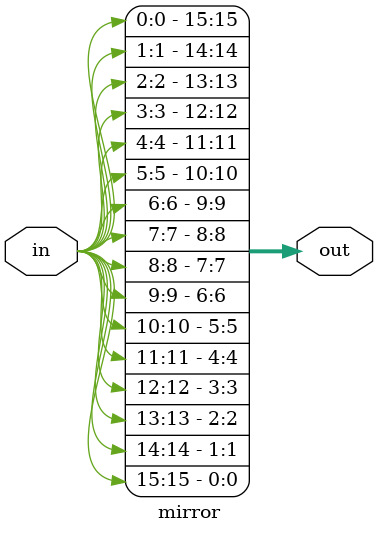
<source format=v>
module mirror(input [15:0] in ,output [15:0] out);
assign out[0]= in[15];
assign out[1]= in[14];
assign out[2]= in[13];
assign out[3]= in[12];
assign out[4]= in[11];
assign out[5]= in[10];
assign out[6]= in[9];
assign out[7]= in[8];
assign out[8]= in[7];
assign out[9]= in[6];
assign out[10]= in[5];
assign out[11]= in[4];
assign out[12]= in[3];
assign out[13]= in[2];
assign out[14]= in[1];
assign out[15]= in[0];
endmodule


</source>
